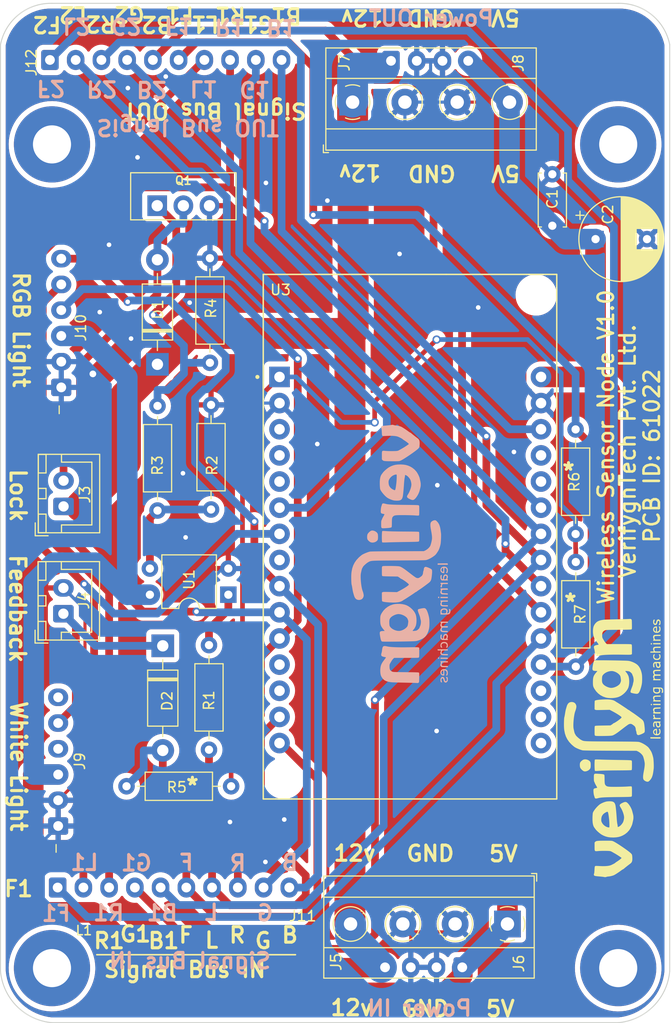
<source format=kicad_pcb>
(kicad_pcb (version 20211014) (generator pcbnew)
  (title_block (title "FoodKiosk - Wireless Sensor Node") (date "2022-10-06") (rev "V1.0") (company "VerifygnTech Pvt. Ltd.") (comment 1 "Designed by: Abhishek Nair"))
  (layers (0 "F.Cu" signal) (31 "B.Cu" signal) (34 "B.Paste" user) (35 "F.Paste" user) (36 "B.SilkS" user "B.Silkscreen") (37 "F.SilkS" user "F.Silkscreen") (38 "B.Mask" user) (39 "F.Mask" user) (44 "Edge.Cuts" user))
  (net 0 "")
  (net 16 "+12V")
  (net 17 "LOAD")
  (net 18 "Net-(Q1-Pad1)")
  (net 19 "GND")
  (net 20 "Solenoid")
  (net 21 "Net-(R1-Pad2)")
  (net 22 "Net-(R2-Pad1)")
  (net 23 "+5V")
  (net 24 "Feedback")
  (net 25 "R1")
  (net 26 "B1")
  (net 27 "R")
  (net 28 "G")
  (net 29 "B")
  (net 30 "+3.3V")
  (net 31 "Lock_Status")
  (net 32 "Lock_Status-1")
  (net 33 "Solenoid-1")
  (net 34 "R-1")
  (net 35 "G-1")
  (net 36 "B-1")
  (net 37 "Lock_Status-2")
  (net 38 "Solenoid-2")
  (net 39 "R-2")
  (net 40 "G-2")
  (net 41 "B-2")
  (footprint "Resistor_THT:R_Axial_DIN0207_L6.3mm_D2.5mm_P10.16mm_Horizontal" (layer "F.Cu") (at 165.48 101.92 90)
    (fp_text reference "R7")
    (fp_text value "10k")
  )
  (footprint "MountingHole:MountingHole_3.7mm_Pad" (layer "F.Cu") (at 169.6 51.2)
    (fp_text reference "H1" hide)
    (fp_text value "MountingHole_Pad")
  )
  (footprint "Diode_THT:D_DO-41_SOD81_P10.16mm_Horizontal" (layer "F.Cu") (at 124.84 72.56 90)
    (fp_text reference "D1")
    (fp_text value "1N4007")
  )
  (footprint "Capacitor_THT:C_Disc_D5.0mm_W2.5mm_P5.00mm" (layer "F.Cu") (at 163.2 59.1 90)
    (fp_text reference "C1")
    (fp_text value "C")
  )
  (footprint "Resistor_THT:R_Axial_DIN0207_L6.3mm_D2.5mm_P10.16mm_Horizontal" (layer "F.Cu") (at 129.85 109.99 90)
    (fp_text reference "R1")
    (fp_text value "1K")
  )
  (footprint "MountingHole:MountingHole_3.7mm_Pad" (layer "F.Cu") (at 114.6 51.2)
    (fp_text reference "H3" hide)
    (fp_text value "MountingHole_Pad")
  )
  (footprint "VerifygnTech-Modules:MODULE_ESP32_DEVKIT_V1" (layer "F.Cu") (at 149.4 89.3)
    (fp_text reference "U3")
    (fp_text value "ESP32-DEVKIT-V1")
  )
  (footprint "MountingHole:MountingHole_3.7mm_Pad" (layer "F.Cu") (at 114.6 131.2)
    (fp_text reference "H2" hide)
    (fp_text value "MountingHole_Pad")
  )
  (footprint "Resistor_THT:R_Axial_DIN0207_L6.3mm_D2.5mm_P10.16mm_Horizontal" (layer "F.Cu") (at 129.94 72.41 90)
    (fp_text reference "R4")
    (fp_text value "10k")
  )
  (footprint "VerifygnTech-Connectors:JST_XH_1x04_P2.50mm_Vertical" (layer "F.Cu") (at 147.53 43.085)
    (fp_text reference "J8")
    (fp_text value "4-Pin")
  )
  (footprint "VerifygnTech-Logo:Verifygn-Logo-Small" (layer "F.Cu") (at 168.76 109.7 90)
    (fp_text reference "G12132" hide)
    (fp_text value "LOGO" hide)
  )
  (footprint "Capacitor_THT:CP_Radial_D8.0mm_P5.00mm" (layer "F.Cu") (at 167.3973 60.4)
    (fp_text reference "C2")
    (fp_text value "C_Polarized_US")
  )
  (footprint "VerifygnTech-Connectors:JST_XH_1x02_P2.50mm_Vertical" (layer "F.Cu") (at 115.7225 86.36 90)
    (fp_text reference "J3")
    (fp_text value "2-Pin")
  )
  (footprint "VerifygnTech-Connectors:JST_XH_1x02_P2.50mm_Vertical" (layer "F.Cu") (at 115.7075 96.78 90)
    (fp_text reference "J4")
    (fp_text value "2-Pin")
  )
  (footprint "Resistor_THT:R_Axial_DIN0207_L6.3mm_D2.5mm_P10.16mm_Horizontal" (layer "F.Cu") (at 124.85 86.76 90)
    (fp_text reference "R3")
    (fp_text value "1K")
  )
  (footprint "VerifygnTech-Connectors:TerminalBlock_Phoenix_1x04_P5.08mm_Horizontal" (layer "F.Cu") (at 158.84 126.915 180)
    (fp_text reference "J5")
    (fp_text value "4-Pin")
  )
  (footprint "VerifygnTech-Connectors:TerminalBlock_Phoenix_1x04_P5.08mm_Horizontal" (layer "F.Cu") (at 143.8 47.095)
    (fp_text reference "J7")
    (fp_text value "4-Pin")
  )
  (footprint "Package_DIP:DIP-4_W7.62mm" (layer "F.Cu") (at 131.73 94.935 180)
    (fp_text reference "U1")
    (fp_text value "PC817")
  )
  (footprint "Diode_THT:D_DO-41_SOD81_P10.16mm_Horizontal" (layer "F.Cu") (at 125.36 99.9 -90)
    (fp_text reference "D2")
    (fp_text value "1N4007")
  )
  (footprint "VerifygnTech-Connectors:JST_XH_1x06_P2.50mm_Vertical" (layer "F.Cu") (at 115.2 117.4 90)
    (fp_text reference "J9")
    (fp_text value "6-Pin")
  )
  (footprint "MountingHole:MountingHole_3.7mm_Pad" (layer "F.Cu") (at 169.6 131.2)
    (fp_text reference "H4" hide)
    (fp_text value "MountingHole_Pad")
  )
  (footprint "VerifygnTech-Connectors:JST_XH_1x10_P2.50mm_Vertical" (layer "F.Cu") (at 114.4 43)
    (fp_text reference "J12")
    (fp_text value "10-Pin")
  )
  (footprint "VerifygnTech-Connectors:JST_XH_1x06_P2.50mm_Vertical" (layer "F.Cu") (at 115.5 74.8 90)
    (fp_text reference "J10")
    (fp_text value "6-Pin")
  )
  (footprint "Resistor_THT:R_Axial_DIN0207_L6.3mm_D2.5mm_P10.16mm_Horizontal" (layer "F.Cu") (at 121.84 113.54)
    (fp_text reference "R5")
    (fp_text value "10k")
  )
  (footprint "VerifygnTech-Connectors:JST_XH_1x10_P2.50mm_Vertical" (layer "F.Cu") (at 115.15 123.375)
    (fp_text reference "J11")
    (fp_text value "10-Pin")
  )
  (footprint "VerifygnTech-Connectors:JST_XH_1x04_P2.50mm_Vertical" (layer "F.Cu") (at 154.45 131.125 180)
    (fp_text reference "J6")
    (fp_text value "4-Pin")
  )
  (footprint "Resistor_THT:R_Axial_DIN0207_L6.3mm_D2.5mm_P10.16mm_Horizontal" (layer "F.Cu") (at 130.05 86.66 90)
    (fp_text reference "R2")
    (fp_text value "10k")
  )
  (footprint "Package_TO_SOT_THT:TO-220-3_Vertical" (layer "F.Cu") (at 124.82 57.155)
    (fp_text reference "Q1")
    (fp_text value "IRF540N")
  )
  (footprint "Resistor_THT:R_Axial_DIN0207_L6.3mm_D2.5mm_P10.16mm_Horizontal" (layer "F.Cu") (at 165.46 78.88 -90)
    (fp_text reference "R6")
    (fp_text value "10k")
  )
  (footprint "VerifygnTech-Logo:Verifygn-Logo-Small" (layer "B.Cu") (at 148.1 91.1 -90)
    (fp_text reference "G*3e2" hide)
    (fp_text value "LOGO" hide)
  )
  (gr_line (start 118.95 129.9) (end 138.25 129.9) (layer "F.SilkS") (width 0.15))
  (gr_arc (start 109.6 41.5) (mid 111.37206 38.590074) (end 114.6 37.5) (layer "Edge.Cuts") (width 0.1))
  (gr_line (start 114.6 136.5) (end 169.6 136.5) (layer "Edge.Cuts") (width 0.1))
  (gr_line (start 169.6 37.5) (end 114.6 37.5) (layer "Edge.Cuts") (width 0.1))
  (gr_arc (start 169.6 37.5) (mid 172.827941 38.590074) (end 174.6 41.5) (layer "Edge.Cuts") (width 0.1))
  (gr_line (start 109.6 41.5) (end 109.6 131.5) (layer "Edge.Cuts") (width 0.1))
  (gr_arc (start 174.6 131.5) (mid 173.009926 134.909926) (end 169.6 136.5) (layer "Edge.Cuts") (width 0.1))
  (gr_arc (start 114.6 136.5) (mid 111.190074 134.909926) (end 109.6 131.5) (layer "Edge.Cuts") (width 0.1))
  (gr_line (start 174.6 131.5) (end 174.6 41.5) (layer "Edge.Cuts") (width 0.1))
  (gr_text "G1" (at 122.8 121) (layer "B.SilkS") (effects (font (size 1.5 1.5) (thickness 0.3)) (justify mirror)))
  (gr_text "B2" (at 124.3 45.85 -180) (layer "B.SilkS") (effects (font (size 1.5 1.5) (thickness 0.3)) (justify mirror)))
  (gr_text "L2" (at 117 39.7 -180) (layer "B.SilkS") (effects (font (size 1.5 1.5) (thickness 0.3)) (justify mirror)))
  (gr_text "Signal Bus OUT" (at 127.8 49.55 -180) (layer "B.SilkS") (effects (font (size 1.5 1.5) (thickness 0.3)) (justify mirror)))
  (gr_text "B1" (at 136.9 39.85 -180) (layer "B.SilkS") (effects (font (size 1.5 1.5) (thickness 0.3)) (justify mirror)))
  (gr_text "R1" (at 131.9 39.8 -180) (layer "B.SilkS") (effects (font (size 1.5 1.5) (thickness 0.3)) (justify mirror)))
  (gr_text "G" (at 135.3 125.85) (layer "B.SilkS") (effects (font (size 1.5 1.5) (thickness 0.3)) (justify mirror)))
  (gr_text "B" (at 137.7 120.95) (layer "B.SilkS") (effects (font (size 1.5 1.5) (thickness 0.3)) (justify mirror)))
  (gr_text "B1" (at 125.3 125.85) (layer "B.SilkS") (effects (font (size 1.5 1.5) (thickness 0.3)) (justify mirror)))
  (gr_text "R" (at 132.65 121) (layer "B.SilkS") (effects (font (size 1.5 1.5) (thickness 0.3)) (justify mirror)))
  (gr_text "G2" (at 121.8 39.7 -180) (layer "B.SilkS") (effects (font (size 1.5 1.5) (thickness 0.3)) (justify mirror)))
  (gr_text "F" (at 127.65 120.95) (layer "B.SilkS") (effects (font (size 1.5 1.5) (thickness 0.3)) (justify mirror)))
  (gr_text "F1" (at 115 125.9) (layer "B.SilkS") (effects (font (size 1.5 1.5) (thickness 0.3)) (justify mirror)))
  (gr_text "F2" (at 114.5 45.75 -180) (layer "B.SilkS") (effects (font (size 1.5 1.5) (thickness 0.3)) (justify mirror)))
  (gr_text "Power IN" (at 150.3 135.1) (layer "B.SilkS") (effects (font (size 1.5 1.5) (thickness 0.3)) (justify mirror)))
  (gr_text "G1" (at 134.3 45.85 -180) (layer "B.SilkS") (effects (font (size 1.5 1.5) (thickness 0.3)) (justify mirror)))
  (gr_text "R1" (at 120.1 125.85) (layer "B.SilkS") (effects (font (size 1.5 1.5) (thickness 0.3)) (justify mirror)))
  (gr_text "F1" (at 126.95 39.7 -180) (layer "B.SilkS") (effects (font (size 1.5 1.5) (thickness 0.3)) (justify mirror)))
  (gr_text "L1" (at 129.35 45.8 -180) (layer "B.SilkS") (effects (font (size 1.5 1.5) (thickness 0.3)) (justify mirror)))
  (gr_text "R2" (at 119.45 45.8 -180) (layer "B.SilkS") (effects (font (size 1.5 1.5) (thickness 0.3)) (justify mirror)))
  (gr_text "Power OUT" (at 151.45 38.95) (layer "B.SilkS") (effects (font (size 1.5 1.5) (thickness 0.3)) (justify mirror)))
  (gr_text "L" (at 130.1 125.8) (layer "B.SilkS") (effects (font (size 1.5 1.5) (thickness 0.3)) (justify mirror)))
  (gr_text "L1" (at 117.75 120.95) (layer "B.SilkS") (effects (font (size 1.5 1.5) (thickness 0.3)) (justify mirror)))
  (gr_text "Signal Bus IN" (at 128 130.5) (layer "B.SilkS") (effects (font (size 1.5 1.5) (thickness 0.3)) (justify mirror)))
  (gr_text "G2" (at 122.11 38.58 180) (layer "F.SilkS") (effects (font (size 1.5 1.5) (thickness 0.3))))
  (gr_text "L2" (at 116.64 38.6 180) (layer "F.SilkS") (effects (font (size 1.5 1.5) (thickness 0.3))))
  (gr_text "GND" (at 151.35 120.07212) (layer "F.SilkS") (effects (font (size 1.5 1.5) (thickness 0.3))))
  (gr_text "B" (at 137.7 128) (layer "F.SilkS") (effects (font (size 1.5 1.5) (thickness 0.3))))
  (gr_text "VerifygnTech Pvt. Ltd." (at 170.51 81 90) (layer "F.SilkS") (effects (font (size 1.5 1.5) (thickness 0.25))))
  (gr_text "R1" (at 131.92 38.64 180) (layer "F.SilkS") (effects (font (size 1.5 1.5) (thickness 0.3))))
  (gr_text "L" (at 130.1 128.5) (layer "F.SilkS") (effects (font (size 1.5 1.5) (thickness 0.3))))
  (gr_text "*" (at 164.95 95.68) (layer "F.SilkS") (effects (font (size 1.5 1.5) (thickness 0.3))))
  (gr_text "R1" (at 120.15 128.55) (layer "F.SilkS") (effects (font (size 1.5 1.5) (thickness 0.3))))
  (gr_text "F" (at 127.6 128) (layer "F.SilkS") (effects (font (size 1.5 1.5) (thickness 0.3))))
  (gr_text "5V" (at 158.65 54 180) (layer "F.SilkS") (effects (font (size 1.5 1.5) (thickness 0.3))))
  (gr_text "B1" (at 125.45 128.55) (layer "F.SilkS") (effects (font (size 1.5 1.5) (thickness 0.3))))
  (gr_text "12v" (at 144.7 38.9 180) (layer "F.SilkS") (effects (font (size 1.5 1.5) (thickness 0.3))))
  (gr_text "G1" (at 122.7 127.9) (layer "F.SilkS") (effects (font (size 1.5 1.5) (thickness 0.3))))
  (gr_text "G" (at 135.1 128.55) (layer "F.SilkS") (effects (font (size 1.5 1.5) (thickness 0.3))))
  (gr_text "Wireless Sensor Node V1.0" (at 168.41 80.6 90) (layer "F.SilkS") (effects (font (size 1.5 1.5) (thickness 0.25))))
  (gr_text "GND" (at 151.4 38.9 180) (layer "F.SilkS") (effects (font (size 1.5 1.5) (thickness 0.3))))
  (gr_text "GND" (at 151.5 54 180) (layer "F.SilkS") (effects (font (size 1.5 1.5) (thickness 0.3))))
  (gr_text "G1" (at 134.66 39.51 180) (layer "F.SilkS") (effects (font (size 1.5 1.5) (thickness 0.3))))
  (gr_text "PCB ID: 61022" (at 172.87 81.45 90) (layer "F.SilkS") (effects (font (size 1.5 1.5) (thickness 0.25))))
  (gr_text "White Light" (at 111.35 111.6 270) (layer "F.SilkS") (effects (font (size 1.5 1.5) (thickness 0.3))))
  (gr_text "Feedback" (at 111.25 96.3 270) (layer "F.SilkS") (effects (font (size 1.5 1.5) (thickness 0.3))))
  (gr_text "12v" (at 144.5 53.95 180) (layer "F.SilkS") (effects (font (size 1.5 1.5) (thickness 0.3))))
  (gr_text "Signal Bus IN" (at 127.5 131.35) (layer "F.SilkS") (effects (font (size 1.5 1.5) (thickness 0.3))))
  (gr_text "Signal Bus OUT" (at 130.45 47.95 180) (layer "F.SilkS") (effects (font (size 1.5 1.5) (thickness 0.3))))
  (gr_text "Lock" (at 111.3 85.3 270) (layer "F.SilkS") (effects (font (size 1.5 1.5) (thickness 0.3))))
  (gr_text "*" (at 128.24 113.49) (layer "F.SilkS") (effects (font (size 1.5 1.5) (thickness 0.3))))
  (gr_text "F1" (at 126.98 38.62 180) (layer "F.SilkS") (effects (font (size 1.5 1.5) (thickness 0.3))))
  (gr_text "*" (at 164.77 82.93) (layer "F.SilkS") (effects (font (size 1.5 1.5) (thickness 0.3))))
  (gr_text "R" (at 132.6 128) (layer "F.SilkS") (effects (font (size 1.5 1.5) (thickness 0.3))))
  (gr_text "F1" (at 111.35 123.5) (layer "F.SilkS") (effects (font (size 1.5 1.5) (thickness 0.3))))
  (gr_text "F2" (at 114.1 39.55 180) (layer "F.SilkS") (effects (font (size 1.5 1.5) (thickness 0.3))))
  (gr_text "B1" (at 137.35 38.7 180) (layer "F.SilkS") (effects (font (size 1.5 1.5) (thickness 0.3))))
  (gr_text "GND" (at 150.85 135.15) (layer "F.SilkS") (effects (font (size 1.5 1.5) (thickness 0.3))))
  (gr_text "L1" (at 129.47 39.51 180) (layer "F.SilkS") (effects (font (size 1.5 1.5) (thickness 0.3))))
  (gr_text "12v" (at 143.7 135.05) (layer "F.SilkS") (effects (font (size 1.5 1.5) (thickness 0.3))))
  (gr_text "5V" (at 158.65 38.9 180) (layer "F.SilkS") (effects (font (size 1.5 1.5) (thickness 0.3))))
  (gr_text "RGB Light" (at 111.6 69.2 270) (layer "F.SilkS") (effects (font (size 1.5 1.5) (thickness 0.3))))
  (gr_text "5V" (at 158.15 135.15) (layer "F.SilkS") (effects (font (size 1.5 1.5) (thickness 0.3))))
  (gr_text "12v" (at 144 120.05) (layer "F.SilkS") (effects (font (size 1.5 1.5) (thickness 0.3))))
  (gr_text "5V" (at 158.45213 120.109357) (layer "F.SilkS") (effects (font (size 1.5 1.5) (thickness 0.3))))
  (gr_text "B2" (at 124.78 39.53 180) (layer "F.SilkS") (effects (font (size 1.5 1.5) (thickness 0.3))))
  (gr_text "L1" (at 117.7 127.55) (layer "F.SilkS") (effects (font (size 0.9 0.9))))
  (gr_text "R2" (at 119.34 39.49 180) (layer "F.SilkS") (effects (font (size 1.5 1.5) (thickness 0.3))))
  (segment (start 117.4186 86.36) (end 115.7225 86.36) (width 1.7018) (layer "F.Cu") (net 16))
  (segment (start 124.84 72.56) (end 127.8367 69.5633) (width 3) (layer "F.Cu") (net 16))
  (segment (start 127.8367 69.5633) (end 143.5433 69.5633) (width 3) (layer "F.Cu") (net 16))
  (segment (start 143.5433 126.8583) (end 143.6 126.915) (width 3) (layer "F.Cu") (net 16))
  (segment (start 143.5433 69.5633) (end 143.8516 69.255) (width 3) (layer "F.Cu") (net 16))
  (segment (start 121.7373 82.0413) (end 121.7373 75.6627) (width 3) (layer "F.Cu") (net 16))
  (segment (start 143.5433 69.5633) (end 143.5433 126.8583) (width 3) (layer "F.Cu") (net 16))
  (segment (start 121.7373 75.6627) (end 124.84 72.56) (width 3) (layer "F.Cu") (net 16))
  (segment (start 143.8516 50.4469) (end 143.8 50.3953) (width 3) (layer "F.Cu") (net 16))
  (segment (start 143.8 47.095) (end 143.8 50.3953) (width 3) (layer "F.Cu") (net 16))
  (segment (start 117.4186 86.36) (end 121.7373 82.0413) (width 3) (layer "F.Cu") (net 16))
  (segment (start 143.8516 69.255) (end 143.8516 50.4469) (width 3) (layer "F.Cu") (net 16))
  (segment (start 146.5995 131.125) (end 146.95 131.125) (width 1.6998) (layer "B.Cu") (net 16))
  (segment (start 143.6 128.1255) (end 143.6 126.915) (width 3) (layer "B.Cu") (net 16))
  (segment (start 146.5995 131.125) (end 143.6 128.1255) (width 3) (layer "B.Cu") (net 16))
  (segment (start 146.8204 43.7946) (end 147.53 43.085) (width 1.7018) (layer "B.Cu") (net 16))
  (segment (start 143.8 43.7947) (end 146.8203 43.7947) (width 3) (layer "B.Cu") (net 16))
  (segment (start 146.8203 43.7947) (end 146.8204 43.7946) (width 3) (layer "B.Cu") (net 16))
  (segment (start 143.8 47.095) (end 143.8 43.7947) (width 3) (layer "B.Cu") (net 16))
  (segment (start 117.3225 72.3655) (end 117.5745 72.3655) (width 0.75) (layer "F.Cu") (net 17))
  (segment (start 115.7225 82.26) (end 117.3225 80.66) (width 0.75) (layer "F.Cu") (net 17))
  (segment (start 124.84 65.752709) (end 124.84 62.4) (width 0.75) (layer "F.Cu") (net 17))
  (segment (start 121.71 68.23) (end 122.362709 68.23) (width 0.75) (layer "F.Cu") (net 17))
  (segment (start 122.362709 68.23) (end 124.84 65.752709) (width 0.75) (layer "F.Cu") (net 17))
  (segment (start 117.3225 80.66) (end 117.3225 72.3655) (width 0.75) (layer "F.Cu") (net 17))
  (segment (start 117.5745 72.3655) (end 121.71 68.23) (width 0.75) (layer "F.Cu") (net 17))
  (segment (start 115.7225 83.86) (end 115.7225 82.26) (width 0.75) (layer "F.Cu") (net 17))
  (segment (start 126.485 58.905) (end 124.84 60.55) (width 0.75) (layer "B.Cu") (net 17))
  (segment (start 127.36 57.155) (end 127.36 58.905) (width 0.75) (layer "B.Cu") (net 17))
  (segment (start 127.36 58.905) (end 126.485 58.905) (width 0.75) (layer "B.Cu") (net 17))
  (segment (start 124.84 62.4) (end 124.84 60.55) (width 0.75) (layer "B.Cu") (net 17))
  (segment (start 126.6702 59.0052) (end 126.6702 65.5135) (width 0.75) (layer "F.Cu") (net 18))
  (segment (start 124.82 57.155) (end 126.6702 59.0052) (width 0.75) (layer "F.Cu") (net 18))
  (segment (start 126.6702 65.5135) (end 124.4229 67.7608) (width 0.75) (layer "F.Cu") (net 18))
  (via (at 124.4229 67.7608) (size 0.8) (drill 0.45) (layers "F.Cu" "B.Cu") (net 18))
  (segment (start 127.4208 72.41) (end 127.4208 73.4619) (width 0.75) (layer "B.Cu") (net 18))
  (segment (start 127.4208 72.41) (end 129.94 72.41) (width 0.75) (layer "B.Cu") (net 18))
  (segment (start 127.4208 72.41) (end 127.4208 70.7587) (width 0.75) (layer "B.Cu") (net 18))
  (segment (start 127.4208 70.7587) (end 124.4229 67.7608) (width 0.75) (layer "B.Cu") (net 18))
  (segment (start 124.85 76.6) (end 124.85 75.05) (width 0.75) (layer "B.Cu") (net 18))
  (segment (start 127.4208 73.4619) (end 125.8327 75.05) (width 0.75) (layer "B.Cu") (net 18))
  (segment (start 125.8327 75.05) (end 124.85 75.05) (width 0.75) (layer "B.Cu") (net 18))
  (segment (start 131.73 92.395) (end 131.73 79.505) (width 0.3) (layer "F.Cu") (net 19))
  (segment (start 121.5186 72.6168) (end 119.4432 72.6168) (width 0.3) (layer "F.Cu") (net 19))
  (segment (start 129.94 59.5713) (end 129.94 60.925) (width 0.3) (layer "F.Cu") (net 19))
  (segment (start 127.5654 66.57) (end 121.5186 72.6168) (width 0.3) (layer "F.Cu") (net 19))
  (segment (start 115.2 114.9) (end 117.806 112.294) (width 0.3) (layer "F.Cu") (net 19))
  (segment (start 164.5773 68.9442) (end 160.5267 72.9948) (width 0.3) (layer "F.Cu") (net 19))
  (segment (start 164.5773 58.8365) (end 170.8338 58.8365) (width 0.3) (layer "F.Cu") (net 19))
  (segment (start 141.35 57.957993) (end 139.711993 59.596) (width 0.3) (layer "F.Cu") (net 19))
  (segment (start 127.97 66.57) (end 127.5654 66.57) (width 0.3) (layer "F.Cu") (net 19))
  (segment (start 130.05 76.5) (end 130.05 77.825) (width 0.3) (layer "F.Cu") (net 19))
  (segment (start 139.711993 59.596) (end 129.9647 59.596) (width 0.3) (layer "F.Cu") (net 19))
  (segment (start 170.8338 58.8365) (end 172.3973 60.4) (width 0.3) (layer "F.Cu") (net 19))
  (segment (start 129.9 57.155) (end 129.9 59.5313) (width 0.3) (layer "F.Cu") (net 19))
  (segment (start 129.94 63.575) (end 129.94 62.25) (width 0.3) (layer "F.Cu") (net 19))
  (segment (start 164.5773 55.4773) (end 164.5773 58.8365) (width 0.3) (layer "F.Cu") (net 19))
  (segment (start 141.35 56.66) (end 141.35 57.957993) (width 0.3) (layer "F.Cu") (net 19))
  (segment (start 152.99 127.685) (end 153.76 126.915) (width 0.3) (layer "F.Cu") (net 19))
  (segment (start 127.97 66.57) (end 127.97 65.545) (width 0.3) (layer "F.Cu") (net 19))
  (segment (start 160.5267 72.9948) (end 160.5267 74.7517) (width 0.3) (layer "F.Cu") (net 19))
  (segment (start 117.806 96.3785) (end 115.7075 94.28) (width 0.3) (layer "F.Cu") (net 19))
  (segment (start 153.96 47.095) (end 156.195 47.095) (width 0.3) (layer "F.Cu") (net 19))
  (segment (start 163.2 54.1) (end 164.5773 55.4773) (width 0.3) (layer "F.Cu") (net 19))
  (segment (start 117.806 112.294) (end 117.806 96.3785) (width 0.3) (layer "F.Cu") (net 19))
  (segment (start 156.195 47.095) (end 163.2 54.1) (width 0.3) (layer "F.Cu") (net 19))
  (segment (start 115.2 114.9) (end 115.2 117.4) (width 0.3) (layer "F.Cu") (net 19))
  (segment (start 129.9 59.5313) (end 129.94 59.5713) (width 0.3) (layer "F.Cu") (net 19))
  (segment (start 149.45 127.685) (end 152.99 127.685) (width 0.3) (layer "F.Cu") (net 19))
  (segment (start 164.5773 58.8365) (end 164.5773 68.9442) (width 0.3) (layer "F.Cu") (net 19))
  (segment (start 129.9647 59.596) (end 129.94 59.5713) (width 0.3) (layer "F.Cu") (net 19))
  (segment (start 149.45 131.125) (end 149.45 127.685) (width 0.3) (layer "F.Cu") (net 19))
  (segment (start 129.94 62.25) (end 129.94 60.925) (width 0.3) (layer "F.Cu") (net 19))
  (segment (start 160.5267 74.7517) (end 162.1 76.325) (width 0.3) (layer "F.Cu") (net 19))
  (segment (start 127.97 65.545) (end 129.94 63.575) (width 0.3) (layer "F.Cu") (net 19))
  (segment (start 149.45 127.685) (end 148.68 126.915) (width 0.3) (layer "F.Cu") (net 19))
  (segment (start 131.73 79.505) (end 130.05 77.825) (width 0.3) (layer "F.Cu") (net 19))
  (segment (start 119.4432 72.6168) (end 118.57 73.49) (width 0.3) (layer "F.Cu") (net 19))
  (via (at 121.97 45.73) (size 0.8) (drill 0.45) (layers "F.Cu" "B.Cu") (net 19))
  (via (at 122.28 70.06) (size 0.8) (drill 0.45) (layers "F.Cu" "B.Cu") (net 19))
  (via (at 131.89 117.01) (size 0.8) (drill 0.45) (layers "F.Cu" "B.Cu") (net 19))
  (via (at 118.57 73.49) (size 0.85) (drill 0.65) (layers "F.Cu" "B.Cu") (net 19))
  (via (at 137.16 116.77) (size 0.8) (drill 0.45) (layers "F.Cu" "B.Cu") (net 19))
  (via (at 122.91 52.46) (size 0.8) (drill 0.45) (layers "F.Cu" "B.Cu") (net 19))
  (via (at 127.97 66.57) (size 0.8) (drill 0.45) (layers "F.Cu" "B.Cu") (net 19))
  (via (at 140.37 80.3) (size 0.8) (drill 0.45) (layers "F.Cu" "B.Cu") (net 19))
  (via (at 127.32 83.14) (size 0.8) (drill 0.45) (layers "F.Cu" "B.Cu") (net 19))
  (via (at 152.03 84.3) (size 0.8) (drill 0.45) (layers "F.Cu" "B.Cu") (net 19))
  (via (at 119.24 67.49) (size 0.8) (drill 0.45) (layers "F.Cu" "B.Cu") (net 19))
  (via (at 159.47 81.07) (size 0.8) (drill 0.45) (layers "F.Cu" "B.Cu") (net 19))
  (via (at 135.33 120.89) (size 0.8) (drill 0.45) (layers "F.Cu" "B.Cu") (net 19))
  (via (at 148.36 61.84) (size 0.8) (drill 0.45) (layers "F.Cu" "B.Cu") (net 19))
  (via (at 151.96 108.17) (size 0.8) (drill 0.45) (layers "F.Cu" "B.Cu") (net 19))
  (via (at 125.65 44.61) (size 0.8) (drill 0.45) (layers "F.Cu" "B.Cu") (net 19))
  (via (at 120.14 60.95) (size 0.8) (drill 0.45) (layers "F.Cu" "B.Cu") (net 19))
  (via (at 141.35 56.66) (size 0.8) (drill 0.45) (layers "F.Cu" "B.Cu") (net 19))
  (via (at 135.38 54.94) (size 0.8) (drill 0.45) (layers "F.Cu" "B.Cu") (net 19))
  (via (at 156 67.04) (size 0.8) (drill 0.45) (layers "F.Cu" "B.Cu") (net 19))
  (via (at 127.58 89.37) (size 0.8) (drill 0.45) (layers "F.Cu" "B.Cu") (net 19))
  (segment (start 113.7555 118.8445) (end 113.7555 124.4152) (width 0.3) (layer "B.Cu") (net 19))
  (segment (start 131.73 92.395) (end 131.1523 92.395) (width 0.3) (layer "B.Cu") (net 19))
  (segment (start 133.6768 72.4736) (end 133.6768 76.325) (width 0.3) (layer "B.Cu") (net 19))
  (segment (start 119.0683 97.6408) (end 115.7075 94.28) (width 0.3) (layer "B.Cu") (net 19))
  (segment (start 133.5018 76.5) (end 130.05 76.5) (width 0.3) (layer "B.Cu") (net 19))
  (segment (start 149.45 131.125) (end 151.95 131.125) (width 0.3) (layer "B.Cu") (net 19))
  (segment (start 146.5079 124.7429) (end 148.68 126.915) (width 0.3) (layer "B.Cu") (net 19))
  (segment (start 118.19 73.49) (end 117 72.3) (width 0.3) (layer "B.Cu") (net 19))
  (segment (start 139.8373 127.1558) (end 142.2502 124.7429) (width 0.3) (layer "B.Cu") (net 19))
  (segment (start 133.6768 76.325) (end 133.5018 76.5) (width 0.3) (layer "B.Cu") (net 19))
  (segment (start 148.88 48.9744) (end 148.88 47.095) (width 0.3) (layer "B.Cu") (net 19))
  (segment (start 127.97 66.57) (end 127.97 66.7668) (width 0.3) (layer "B.Cu") (net 19))
  (segment (start 141.35 56.66) (end 141.35 56.5044) (width 0.3) (layer "B.Cu") (net 19))
  (segment (start 141.35 56.5044) (end 148.88 48.9744) (width 0.3) (layer "B.Cu") (net 19))
  (segment (start 115.2 117.4) (end 113.7555 118.8445) (width 0.3) (layer "B.Cu") (net 19))
  (segment (start 115.5 72.3) (end 115.5 73.675) (width 0.3) (layer "B.Cu") (net 19))
  (segment (start 133.6768 76.325) (end 136.7 76.325) (width 0.3) (layer "B.Cu") (net 19))
  (segment (start 118.57 73.49) (end 118.19 73.49) (width 0.3) (layer "B.Cu") (net 19))
  (segment (start 116.4961 127.1558) (end 139.8373 127.1558) (width 0.3) (layer "B.Cu") (net 19))
  (segment (start 113.7555 124.4152) (end 116.4961 127.1558) (width 0.3) (layer "B.Cu") (net 19))
  (segment (start 151.3736 43.085) (end 150.03 43.085) (width 0.3) (layer "B.Cu") (net 19))
  (segment (start 152.53 43.085) (end 151.3736 43.085) (width 0.3) (layer "B.Cu") (net 19))
  (segment (start 125.9065 97.6408) (end 119.0683 97.6408) (width 0.3) (layer "B.Cu") (net 19))
  (segment (start 131.1523 92.395) (end 125.9065 97.6408) (width 0.3) (layer "B.Cu") (net 19))
  (segment (start 142.2502 124.7429) (end 146.5079 124.7429) (width 0.3) (layer "B.Cu") (net 19))
  (segment (start 151.3736 47.095) (end 148.88 47.095) (width 0.3) (layer "B.Cu") (net 19))
  (segment (start 117 72.3) (end 115.5 72.3) (width 0.3) (layer "B.Cu") (net 19))
  (segment (start 153.96 47.095) (end 151.3736 47.095) (width 0.3) (layer "B.Cu") (net 19))
  (segment (start 115.5 74.8) (end 115.5 73.675) (width 0.3) (layer "B.Cu") (net 19))
  (segment (start 127.97 66.7668) (end 133.6768 72.4736) (width 0.3) (layer "B.Cu") (net 19))
  (segment (start 151.3736 43.085) (end 151.3736 47.095) (width 0.3) (layer "B.Cu") (net 19))
  (segment (start 130.15 123.3735) (end 130.15 121.65) (width 0.75) (layer "F.Cu") (net 20))
  (segment (start 134.8938 117.846) (end 134.8938 108.6112) (width 0.75) (layer "F.Cu") (net 20))
  (segment (start 134.8938 108.6112) (end 136.7 106.805) (width 0.75) (layer "F.Cu") (net 20))
  (segment (start 139.25 122.2022) (end 134.8938 117.846) (width 0.75) (layer "F.Cu") (net 20))
  (segment (start 138.3121 125.0909) (end 139.25 124.153) (width 0.75) (layer "F.Cu") (net 20))
  (segment (start 131.8674 125.0909) (end 138.3121 125.0909) (width 0.75) (layer "F.Cu") (net 20))
  (segment (start 130.15 123.3735) (end 131.8674 125.0909) (width 0.75) (layer "F.Cu") (net 20))
  (segment (start 139.25 124.153) (end 139.25 122.2022) (width 0.75) (layer "F.Cu") (net 20))
  (segment (start 129.85 121.35) (end 130.15 121.65) (width 0.75) (layer "F.Cu") (net 20))
  (segment (start 130.15 123.375) (end 130.15 123.3735) (width 0.75) (layer "F.Cu") (net 20))
  (segment (start 129.85 109.99) (end 129.85 121.35) (width 0.75) (layer "F.Cu") (net 20))
  (segment (start 131.73 96.485) (end 131.645 96.485) (width 0.75) (layer "F.Cu") (net 21))
  (segment (start 129.85 99.83) (end 129.85 98.28) (width 0.75) (layer "F.Cu") (net 21))
  (segment (start 131.73 94.935) (end 131.73 96.485) (width 0.75) (layer "F.Cu") (net 21))
  (segment (start 131.645 96.485) (end 129.85 98.28) (width 0.75) (layer "F.Cu") (net 21))
  (segment (start 124.11 92.395) (end 124.11 87.5) (width 0.75) (layer "F.Cu") (net 22))
  (segment (start 124.11 87.5) (end 124.85 86.76) (width 0.75) (layer "F.Cu") (net 22))
  (segment (start 124.95 86.66) (end 124.85 86.76) (width 0.75) (layer "B.Cu") (net 22))
  (segment (start 130.05 86.66) (end 124.95 86.66) (width 0.75) (layer "B.Cu") (net 22))
  (segment (start 112.8247 112.4) (end 112.7786 112.4461) (width 2) (layer "F.Cu") (net 23))
  (segment (start 167.3973 73.785) (end 162.1 73.785) (width 2) (layer "F.Cu") (net 23))
  (segment (start 118.6046 125.7861) (end 126.4256 133.6071) (width 2) (layer "F.Cu") (net 23))
  (segment (start 113.8772 125.7861) (end 118.6046 125.7861) (width 2) (layer "F.Cu") (net 23))
  (segment (start 154.45 131.9378) (end 154.45 131.125) (width 2) (layer "F.Cu") (net 23))
  (segment (start 152.7807 133.6071) (end 154.45 131.9378) (width 2) (layer "F.Cu") (net 23))
  (segment (start 112.7786 124.6875) (end 113.8772 125.7861) (width 2) (layer "F.Cu") (net 23))
  (segment (start 168.7971 114.2576) (end 168.7971 75.1848) (width 2) (layer "F.Cu") (net 23))
  (segment (start 126.4256 133.6071) (end 152.7807 133.6071) (width 2) (layer "F.Cu") (net 23))
  (segment (start 167.3973 60.4) (end 167.3973 62.6003) (width 2) (layer "F.Cu") (net 23))
  (segment (start 158.84 124.2147) (end 168.7971 114.2576) (width 2) (layer "F.Cu") (net 23))
  (segment (start 158.84 126.915) (end 158.84 124.2147) (width 2) (layer "F.Cu") (net 23))
  (segment (start 115.2 112.4) (end 112.8247 112.4) (width 2) (layer "F.Cu") (net 23))
  (segment (start 112.7786 112.4461) (end 112.7786 124.6875) (width 2) (layer "F.Cu") (net 23))
  (segment (start 168.7971 75.1848) (end 167.3973 73.785) (width 2) (layer "F.Cu") (net 23))
  (segment (start 167.3973 73.785) (end 167.3973 62.6003) (width 2) (layer "F.Cu") (net 23))
  (segment (start 154.63 131.125) (end 158.84 126.915) (width 2) (layer "B.Cu") (net 23))
  (segment (start 118.8018 91.8271) (end 114.7866 91.8271) (width 2) (layer "B.Cu") (net 23))
  (segment (start 115.2 112.4) (end 112.8247 112.4) (width 2) (layer "B.Cu") (net 23))
  (segment (start 159.04 47.095) (end 155.03 43.085) (width 2) (layer "B.Cu") (net 23))
  (segment (start 115.5 69.8) (end 117.8753 69.8) (width 2) (layer "B.Cu") (net 23))
  (segment (start 154.45 131.125) (end 154.63 131.125) (width 2) (layer "B.Cu") (net 23))
  (segment (start 163.2 59.1) (end 159.04 54.94) (width 2) (layer "B.Cu") (net 23))
  (segment (start 167.3973 60.4) (end 164.5 60.4) (width 2) (layer "B.Cu") (net 23))
  (segment (start 124.11 94.935) (end 121.9097 94.935) (width 2) (layer "B.Cu") (net 23))
  (segment (start 159.04 54.94) (end 159.04 47.095) (width 2) (layer "B.Cu") (net 23))
  (segment (start 114.7866 91.8271) (end 112.8247 93.789) (width 2) (layer "B.Cu") (net 23))
  (segment (start 164.5 60.4) (end 163.2 59.1) (width 2) (layer "B.Cu") (net 23))
  (segment (start 112.8247 93.789) (end 112.8247 112.4) (width 2) (layer "B.Cu") (net 23))
  (segment (start 121.9097 73.8244) (end 117.8853 69.8) (width 2) (layer "B.Cu") (net 23))
  (segment (start 121.9097 94.935) (end 118.8018 91.8271) (width 2) (layer "B.Cu") (net 23))
  (segment (start 121.9097 94.935) (end 121.9097 73.8244) (width 2) (layer "B.Cu") (net 23))
  (segment (start 117.8853 69.8) (end 117.8753 69.8) (width 2) (layer "B.Cu") (net 23))
  (segment (start 115.2 107.4) (end 116.919 105.681) (width 0.75) (layer "F.Cu") (net 24))
  (segment (start 116.919 105.681) (end 116.919 97.9915) (width 0.75) (layer "F.Cu") (net 24))
  (segment (start 116.919 97.9915) (end 115.7075 96.78) (width 0.75) (layer "F.Cu") (net 24))
  (segment (start 118.8275 99.9) (end 125.36 99.9) (width 0.75) (layer "B.Cu") (net 24))
  (segment (start 115.7075 96.78) (end 118.8275 99.9) (width 0.75) (layer "B.Cu") (net 24))
  (segment (start 136.7 99.185) (end 138.47 97.415) (width 0.75) (layer "F.Cu") (net 27))
  (segment (start 133.7934 120.5066) (end 133.7934 107.714) (width 0.75) (layer "F.Cu") (net 27))
  (segment (start 134.8937 100.9913) (end 136.7 99.185) (width 0.75) (layer "F.Cu") (net 27))
  (segment (start 138.47 97.415) (end 138.47 72.008) (width 0.75) (layer "F.Cu") (net 27))
  (segment (start 132.65 121.65) (end 133.7934 120.5066) (width 0.75) (layer "F.Cu") (net 27))
  (segment (start 133.7934 107.714) (end 134.8937 106.6137) (width 0.75) (layer "F.Cu") (net 27))
  (segment (start 134.8937 106.6137) (end 134.8937 100.9913) (width 0.75) (layer "F.Cu") (net 27))
  (segment (start 132.65 123.375) (end 132.65 121.65) (width 0.75) (layer "F.Cu") (net 27))
  (via (at 138.47 72.008) (size 0.8) (drill 0.45) (layers "F.Cu" "B.Cu") (net 27))
  (segment (start 131.7218 65.2598) (end 138.47 72.008) (width 0.75) (layer "B.Cu") (net 27))
  (segment (start 117.5402 65.2598) (end 131.7218 65.2598) (width 0.75) (layer "B.Cu") (net 27))
  (segment (start 115.5 67.3) (end 117.5402 65.2598) (width 0.75) (layer "B.Cu") (net 27))
  (segment (start 113.7001 66.5999) (end 113.7001 87.2969) (width 0.75) (layer "F.Cu") (net 28))
  (segment (start 115.3669 88.9637) (end 115.9756 88.9637) (width 0.75) (layer "F.Cu") (net 28))
  (segment (start 113.7001 87.2969) (end 115.3669 88.9637) (width 0.75) (layer "F.Cu") (net 28))
  (segment (start 115.9756 88.9637) (end 121.6958 94.6839) (width 0.75) (layer "F.Cu") (net 28))
  (segment (start 123.4483 96.5769) (end 128.633 96.5769) (width 0.75) (layer "F.Cu") (net 28))
  (segment (start 121.6958 94.8244) (end 123.4483 96.5769) (width 0.75) (layer "F.Cu") (net 28))
  (segment (start 115.5 64.8) (end 113.7001 66.5999) (width 0.75) (layer "F.Cu") (net 28))
  (segment (start 121.6958 94.6839) (end 121.6958 94.8244) (width 0.75) (layer "F.Cu") (net 28))
  (via (at 128.633 96.5769) (size 0.8) (drill 0.45) (layers "F.Cu" "B.Cu") (net 28))
  (segment (start 128.7011 96.645) (end 128.633 96.5769) (width 0.75) (layer "B.Cu") (net 28))
  (segment (start 136.7 96.645) (end 128.7011 96.645) (width 0.75) (layer "B.Cu") (net 28))
  (segment (start 139.3515 119.1735) (end 139.3515 99.2965) (width 0.75) (layer "B.Cu") (net 28))
  (segment (start 135.15 123.375) (end 139.3515 119.1735) (width 0.75) (layer "B.Cu") (net 28))
  (segment (start 139.3515 99.2965) (end 136.7 96.645) (width 0.75) (layer "B.Cu") (net 28))
  (segment (start 136.7 94.105) (end 134.2579 91.6629) (width 0.75) (layer "F.Cu") (net 29))
  (segment (start 134.2579 91.6629) (end 134.2579 87.825) (width 0.75) (layer "F.Cu") (net 29))
  (segment (start 121.95 66.4529) (end 117.7971 62.3) (width 0.75) (layer "F.Cu") (net 29))
  (segment (start 117.7971 62.3) (end 115.5 62.3) (width 0.75) (layer "F.Cu") (net 29))
  (segment (start 121.95 66.49) (end 121.95 66.4529) (width 0.75) (layer "F.Cu") (net 29))
  (via (at 121.95 66.49) (size 0.8) (drill 0.45) (layers "F.Cu" "B.Cu") (net 29))
  (via (at 134.2579 87.825) (size 0.8) (drill 0.45) (layers "F.Cu" "B.Cu") (net 29))
  (segment (start 129.4037 74.9746) (end 128.4994 75.8789) (width 0.75) (layer "B.Cu") (net 29))
  (segment (start 140.4518 97.8568) (end 136.7 94.105) (width 0.75) (layer "B.Cu") (net 29))
  (segment (start 128.4994 75.8789) (end 128.4994 82.0665) (width 0.75) (layer "B.Cu") (net 29))
  (segment (start 126.0499 66.3601) (end 131.4701 71.7803) (width 0.75) (layer "B.Cu") (net 29))
  (segment (start 137.65 123.375) (end 139.25 123.375) (width 0.75) (layer "B.Cu") (net 29))
  (segment (start 129.6398 74.9746) (end 129.4037 74.9746) (width 0.75) (layer "B.Cu") (net 29))
  (segment (start 131.4701 73.1443) (end 129.6398 74.9746) (width 0.75) (layer "B.Cu") (net 29))
  (segment (start 128.4994 82.0665) (end 134.2579 87.825) (width 0.75) (layer "B.Cu") (net 29))
  (segment (start 122.0799 66.3601) (end 126.0499 66.3601) (width 0.75) (layer "B.Cu") (net 29))
  (segment (start 139.25 123.375) (end 140.4518 122.1732) (width 0.75) (layer "B.Cu") (net 29))
  (segment (start 131.4701 71.7803) (end 131.4701 73.1443) (width 0.75) (layer "B.Cu") (net 29))
  (segment (start 140.4518 122.1732) (end 140.4518 97.8568) (width 0.75) (layer "B.Cu") (net 29))
  (segment (start 121.95 66.49) (end 122.0799 66.3601) (width 0.75) (layer "B.Cu") (net 29))
  (segment (start 145.9436 76.1721) (end 145.9436 78.1985) (width 0.45) (layer "F.Cu") (net 30))
  (segment (start 165.46 89.04) (end 165.46 90.44) (width 0.45) (layer "F.Cu") (net 30))
  (segment (start 136.7 73.785) (end 133.1053 77.3797) (width 0.45) (layer "F.Cu") (net 30))
  (segment (start 132 108.1635) (end 132 112.14) (width 0.45) (layer "F.Cu") (net 30))
  (segment (start 151.9604 70.1553) (end 145.9436 76.1721) (width 0.45) (layer "F.Cu") (net 30))
  (segment (start 132 113.54) (end 132 112.14) (width 0.45) (layer "F.Cu") (net 30))
  (segment (start 165.46 90.44) (end 165.48 90.46) (width 0.45) (layer "F.Cu") (net 30))
  (segment (start 133.1053 77.3797) (end 133.1053 107.0582) (width 0.45) (layer "F.Cu") (net 30))
  (segment (start 165.48 90.46) (end 165.48 91.76) (width 0.45) (layer "F.Cu") (net 30))
  (segment (start 133.1053 107.0582) (end 132 108.1635) (width 0.45) (layer "F.Cu") (net 30))
  (via (at 151.9604 70.1553) (size 0.8) (drill 0.5) (layers "F.Cu" "B.Cu") (net 30))
  (via (at 145.9436 78.1985) (size 0.8) (drill 0.5) (layers "F.Cu" "B.Cu") (net 30))
  (segment (start 164.06 86.24) (end 164.06 73.4147) (width 0.45) (layer "B.Cu") (net 30))
  (segment (start 145.9436 78.1985) (end 142.7135 78.1985) (width 0.45) (layer "B.Cu") (net 30))
  (segment (start 142.7135 78.1985) (end 138.3 73.785) (width 0.45) (layer "B.Cu") (net 30))
  (segment (start 136.7 73.785) (end 138.3 73.785) (width 0.45) (layer "B.Cu") (net 30))
  (segment (start 164.06 73.4147) (end 160.8006 70.1553) (width 0.45) (layer "B.Cu") (net 30))
  (segment (start 160.8006 70.1553) (end 151.9604 70.1553) (width 0.45) (layer "B.Cu") (net 30))
  (segment (start 165.46 89.04) (end 165.46 87.64) (width 0.45) (layer "B.Cu") (net 30))
  (segment (start 165.46 87.64) (end 164.06 86.24) (width 0.45) (layer "B.Cu") (net 30))
  (segment (start 127.65 114.2) (end 127.65 123.375) (width 0.75) (layer "F.Cu") (net 31))
  (segment (start 127.65 123.375) (end 130.4818 126.2068) (width 0.75) (layer "F.Cu") (net 31))
  (segment (start 138.7524 126.2068) (end 140.3749 124.5843) (width 0.75) (layer "F.Cu") (net 31))
  (segment (start 130.4818 126.2068) (end 138.7524 126.2068) (width 0.75) (layer "F.Cu") (net 31))
  (segment (start 125.36 111.91) (end 127.65 114.2) (width 0.75) (layer "F.Cu") (net 31))
  (segment (start 140.3749 112.8504) (end 136.8695 109.345) (width 0.75) (layer "F.Cu") (net 31))
  (segment (start 140.3749 124.5843) (end 140.3749 112.8504) (width 0.75) (layer "F.Cu") (net 31))
  (segment (start 136.8695 109.345) (end 136.7 109.345) (width 0.75) (layer "F.Cu") (net 31))
  (segment (start 125.36 110.06) (end 125.36 111.91) (width 0.75) (layer "F.Cu") (net 31))
  (segment (start 125.36 110.06) (end 123.51 110.06) (width 0.75) (layer "B.Cu") (net 31))
  (segment (start 123.51 111.87) (end 123.51 110.06) (width 0.75) (layer "B.Cu") (net 31))
  (segment (start 121.84 113.54) (end 123.51 111.87) (width 0.75) (layer "B.Cu") (net 31))
  (segment (start 128.6167 41.2833) (end 126.9 43) (width 0.75) (layer "F.Cu") (net 32))
  (segment (start 165.46 78.88) (end 167.0108 80.4308) (width 0.75) (layer "F.Cu") (net 32))
  (segment (start 139.9808 58.0544) (end 139.9808 43.6784) (width 0.75) (layer "F.Cu") (net 32))
  (segment (start 139.9808 43.6784) (end 137.5857 41.2833) (width 0.75) (layer "F.Cu") (net 32))
  (segment (start 137.5857 41.2833) (end 128.6167 41.2833) (width 0.75) (layer "F.Cu") (net 32))
  (segment (start 167.0108 94.2742) (end 162.1 99.185) (width 0.75) (layer "F.Cu") (net 32))
  (segment (start 167.0108 80.4308) (end 167.0108 94.2742) (width 0.75) (layer "F.Cu") (net 32))
  (via (at 139.9808 58.0544) (size 0.8) (drill 0.45) (layers "F.Cu" "B.Cu") (net 32))
  (segment (start 115.15 123.375) (end 118.0095 126.2345) (width 0.75) (layer "B.Cu") (net 32))
  (segment (start 165.46 78.88) (end 165.46 73.4706) (width 0.75) (layer "B.Cu") (net 32))
  (segment (start 150.0438 58.0544) (end 139.9808 58.0544) (width 0.75) (layer "B.Cu") (net 32))
  (segment (start 157.7532 103.5318) (end 162.1 99.185) (width 0.75) (layer "B.Cu") (net 32))
  (segment (start 118.0095 126.2345) (end 139.5206 126.2345) (width 0.75) (layer "B.Cu") (net 32))
  (segment (start 157.7532 108.0019) (end 157.7532 103.5318) (width 0.75) (layer "B.Cu") (net 32))
  (segment (start 139.5206 126.2345) (end 157.7532 108.0019) (width 0.75) (layer "B.Cu") (net 32))
  (segment (start 165.46 73.4706) (end 150.0438 58.0544) (width 0.75) (layer "B.Cu") (net 32))
  (segment (start 111.4995 60.9005) (end 129.4 43) (width 0.75) (layer "F.Cu") (net 33))
  (segment (start 118.6933 120.6067) (end 117.65 121.65) (width 0.75) (layer "F.Cu") (net 33))
  (segment (start 111.4995 88.2304) (end 111.4995 60.9005) (width 0.75) (layer "F.Cu") (net 33))
  (segment (start 118.6933 94.8633) (end 118.6933 120.6067) (width 0.75) (layer "F.Cu") (net 33))
  (segment (start 114.8225 91.5534) (end 111.4995 88.2304) (width 0.75) (layer "F.Cu") (net 33))
  (segment (start 115.3834 91.5534) (end 114.8225 91.5534) (width 0.75) (layer "F.Cu") (net 33))
  (segment (start 117.73 93.9) (end 118.6933 94.8633) (width 0.75) (layer "F.Cu") (net 33))
  (segment (start 117.73 93.9) (end 115.3834 91.5534) (width 0.75) (layer "F.Cu") (net 33))
  (segment (start 117.65 121.65) (end 117.65 123.375) (width 0.75) (layer "F.Cu") (net 33))
  (via (at 117.73 93.9) (size 0.8) (drill 0.45) (layers "F.Cu" "B.Cu") (net 33))
  (segment (start 117.7305 93.9) (end 120.5959 96.7654) (width 0.75) (layer "B.Cu") (net 33))
  (segment (start 124.8218 96.7654) (end 132.5622 89.025) (width 0.75) (layer "B.Cu") (net 33))
  (segment (start 132.5622 89.025) (end 136.7 89.025) (width 0.75) (layer "B.Cu") (net 33))
  (segment (start 120.5959 96.7654) (end 124.8218 96.7654) (width 0.75) (layer "B.Cu") (net 33))
  (segment (start 117.73 93.9) (end 117.7305 93.9) (width 0.75) (layer "B.Cu") (net 33))
  (segment (start 115.908 90.4531) (end 120.15 94.6951) (width 0.75) (layer "F.Cu") (net 34))
  (segment (start 112.5998 62.8365) (end 112.5998 87.7527) (width 0.75) (layer "F.Cu") (net 34))
  (segment (start 131.9 55.3737) (end 131.9 43) (width 0.75) (layer "F.Cu") (net 34))
  (segment (start 120.0626 55.3737) (end 112.5998 62.8365) (width 0.75) (layer "F.Cu") (net 34))
  (segment (start 120.15 94.6951) (end 120.15 123.375) (width 0.75) (layer "F.Cu") (net 34))
  (segment (start 131.9 55.3737) (end 120.0626 55.3737) (width 0.75) (layer "F.Cu") (net 34))
  (segment (start 112.5998 87.7527) (end 115.3002 90.4531) (width 0.75) (layer "F.Cu") (net 34))
  (segment (start 135.1763 58.65) (end 131.9 55.3737) (width 0.75) (layer "F.Cu") (net 34))
  (segment (start 115.3002 90.4531) (end 115.908 90.4531) (width 0.75) (layer "F.Cu") (net 34))
  (segment (start 135.24 58.65) (end 135.1763 58.65) (width 0.75) (layer "F.Cu") (net 34))
  (via (at 135.24 58.65) (size 0.8) (drill 0.45) (layers "F.Cu" "B.Cu") (net 34))
  (segment (start 135.24 58.65) (end 135.24 59.625) (width 0.75) (layer "B.Cu") (net 34))
  (segment (start 135.24 59.625) (end 162.1 86.485) (width 0.75) (layer "B.Cu") (net 34))
  (segment (start 144.5501 129.3303) (end 145.9754 127.905) (width 0.75) (layer "F.Cu") (net 35))
  (segment (start 128.6053 129.3303) (end 144.5501 129.3303) (width 0.75) (layer "F.Cu") (net 35))
  (segment (start 145.9754 127.905) (end 145.9754 105.1496) (width 0.75) (layer "F.Cu") (net 35))
  (segment (start 122.65 123.375) (end 128.6053 129.3303) (width 0.75) (layer "F.Cu") (net 35))
  (via (at 145.9754 105.1496) (size 0.8) (drill 0.45) (layers "F.Cu" "B.Cu") (net 35))
  (segment (start 133.8799 45.2451) (end 134.4 44.725) (width 0.75) (layer "B.Cu") (net 35))
  (segment (start 162.1 89.025) (end 133.8799 60.8049) (width 0.75) (layer "B.Cu") (net 35))
  (segment (start 134.4 43) (end 134.4 44.725) (width 0.75) (layer "B.Cu") (net 35))
  (segment (start 133.8799 60.8049) (end 133.8799 45.2451) (width 0.75) (layer "B.Cu") (net 35))
  (segment (start 145.9754 105.1496) (end 162.1 89.025) (width 0.75) (layer "B.Cu") (net 35))
  (segment (start 162.1 91.565) (end 156.7943 86.2593) (width 0.75) (layer "F.Cu") (net 36))
  (segment (start 156.7943 86.2593) (end 156.7943 79.5355) (width 0.75) (layer "F.Cu") (net 36))
  (via (at 156.7943 79.5355) (size 0.8) (drill 0.45) (layers "F.Cu" "B.Cu") (net 36))
  (segment (start 146.8158 117.3782) (end 146.8158 106.8492) (width 0.75) (layer "B.Cu") (net 36))
  (segment (start 156.7943 79.5355) (end 136.9 59.6412) (width 0.75) (layer "B.Cu") (net 36))
  (segment (start 126.8504 125.0754) (end 139.1186 125.0754) (width 0.75) (layer "B.Cu") (net 36))
  (segment (start 146.8158 106.8492) (end 162.1 91.565) (width 0.75) (layer "B.Cu") (net 36))
  (segment (start 139.1186 125.0754) (end 146.8158 117.3782) (width 0.75) (layer "B.Cu") (net 36))
  (segment (start 136.9 43) (end 136.9 44.725) (width 0.75) (layer "B.Cu") (net 36))
  (segment (start 136.9 59.6412) (end 136.9 44.725) (width 0.75) (layer "B.Cu") (net 36))
  (segment (start 125.15 123.375) (end 126.8504 125.0754) (width 0.75) (layer "B.Cu") (net 36))
  (segment (start 155.0413 40.1548) (end 164.7254 49.8389) (width 0.75) (layer "B.Cu") (net 37))
  (segment (start 169.1812 98.2188) (end 165.48 101.92) (width 0.75) (layer "B.Cu") (net 37))
  (segment (start 165.48 101.92) (end 162.295 101.92) (width 0.75) (layer "B.Cu") (net 37))
  (segment (start 164.7254 49.8389) (end 164.7254 54.7275) (width 0.75) (layer "B.Cu") (net 37))
  (segment (start 162.295 101.92) (end 162.1 101.725) (width 0.75) (layer "B.Cu") (net 37))
  (segment (start 164.7254 54.7275) (end 169.1812 59.1833) (width 0.75) (layer "B.Cu") (net 37))
  (segment (start 117.2452 40.1548) (end 155.0413 40.1548) (width 0.75) (layer "B.Cu") (net 37))
  (segment (start 114.4 43) (end 117.2452 40.1548) (width 0.75) (layer "B.Cu") (net 37))
  (segment (start 169.1812 59.1833) (end 169.1812 98.2188) (width 0.75) (layer "B.Cu") (net 37))
  (segment (start 139.3053 86.485) (end 136.7 86.485) (width 0.75) (layer "B.Cu") (net 38))
  (segment (start 147.1211 77.6424) (end 147.1211 78.6692) (width 0.75) (layer "B.Cu") (net 38))
  (segment (start 131.5779 56.3756) (end 131.5779 62.0992) (width 0.75) (layer "B.Cu") (net 38))
  (segment (start 129.0373 53.835) (end 131.5779 56.3756) (width 0.75) (layer "B.Cu") (net 38))
  (segment (start 147.1211 78.6692) (end 139.3053 86.485) (width 0.75) (layer "B.Cu") (net 38))
  (segment (start 127.735 53.835) (end 129.0373 53.835) (width 0.75) (layer "B.Cu") (net 38))
  (segment (start 116.9 43) (end 127.735 53.835) (width 0.75) (layer "B.Cu") (net 38))
  (segment (start 131.5779 62.0992) (end 147.1211 77.6424) (width 0.75) (layer "B.Cu") (net 38))
  (segment (start 138.7733 42.5084) (end 137.5645 41.2996) (width 0.75) (layer "B.Cu") (net 39))
  (segment (start 137.5645 41.2996) (end 121.1004 41.2996) (width 0.75) (layer "B.Cu") (net 39))
  (segment (start 162.1 78.865) (end 159.0699 78.865) (width 0.75) (layer "B.Cu") (net 39))
  (segment (start 159.0699 78.865) (end 138.7733 58.5684) (width 0.75) (layer "B.Cu") (net 39))
  (segment (start 121.1004 41.2996) (end 119.4 43) (width 0.75) (layer "B.Cu") (net 39))
  (segment (start 138.7733 58.5684) (end 138.7733 42.5084) (width 0.75) (layer "B.Cu") (net 39))
  (segment (start 158.653 90.658) (end 158.653 89.976) (width 0.75) (layer "F.Cu") (net 40))
  (segment (start 162.1 94.105) (end 158.653 90.658) (width 0.75) (layer "F.Cu") (net 40))
  (via (at 158.653 89.976) (size 0.8) (drill 0.45) (layers "F.Cu" "B.Cu") (net 40))
  (segment (start 158.653 87.6181) (end 132.7796 61.7447) (width 0.75) (layer "B.Cu") (net 40))
  (segment (start 132.7796 53.8796) (end 121.9 43) (width 0.75) (layer "B.Cu") (net 40))
  (segment (start 158.653 89.976) (end 158.653 87.6181) (width 0.75) (layer "B.Cu") (net 40))
  (segment (start 132.7796 61.7447) (end 132.7796 53.8796) (width 0.75) (layer "B.Cu") (net 40))
  (segment (start 127.2572 40.1428) (end 124.4 43) (width 0.75) (layer "F.Cu") (net 41))
  (segment (start 154.4319 68.7777) (end 151.6602 66.006) (width 0.75) (layer "F.Cu") (net 41))
  (segment (start 145.9875 44.9485) (end 141.1818 40.1428) (width 0.75) (layer "F.Cu") (net 41))
  (segment (start 154.4319 88.9769) (end 154.4319 68.7777) (width 0.75) (layer "F.Cu") (net 41))
  (segment (start 149.628 44.9485) (end 145.9875 44.9485) (width 0.75) (layer "F.Cu") (net 41))
  (segment (start 162.1 96.645) (end 154.4319 88.9769) (width 0.75) (layer "F.Cu") (net 41))
  (segment (start 151.6602 46.9807) (end 149.628 44.9485) (width 0.75) (layer "F.Cu") (net 41))
  (segment (start 141.1818 40.1428) (end 127.2572 40.1428) (width 0.75) (layer "F.Cu") (net 41))
  (segment (start 151.6602 66.006) (end 151.6602 46.9807) (width 0.75) (layer "F.Cu") (net 41))
  (zone (net 19) (net_name "GND") (layers F&B.Cu) (name "GND") (connect_pads (clearance 0.508)) (min_thickness 0.254) (fill yes (thermal_gap 0.508) (thermal_bridge_width 0.508))
    (polygon (pts (xy 174.59 136.48) (xy 109.58 136.46) (xy 109.61 136.31) (xy 109.59 37.5) (xy 174.6 37.47)))
  )
)
</source>
